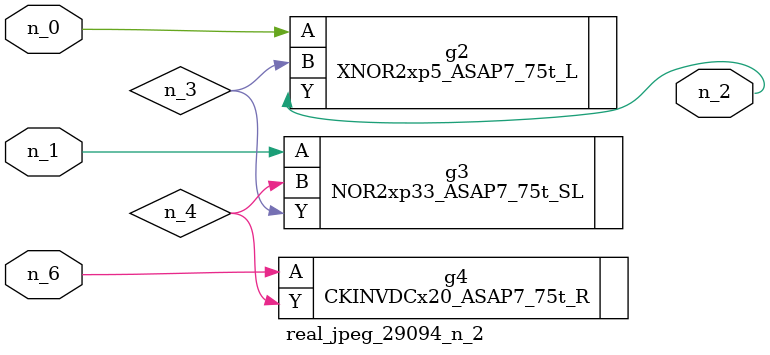
<source format=v>
module real_jpeg_29094_n_2 (n_6, n_1, n_0, n_2);

input n_6;
input n_1;
input n_0;

output n_2;

wire n_4;
wire n_3;

XNOR2xp5_ASAP7_75t_L g2 ( 
.A(n_0),
.B(n_3),
.Y(n_2)
);

NOR2xp33_ASAP7_75t_SL g3 ( 
.A(n_1),
.B(n_4),
.Y(n_3)
);

CKINVDCx20_ASAP7_75t_R g4 ( 
.A(n_6),
.Y(n_4)
);


endmodule
</source>
